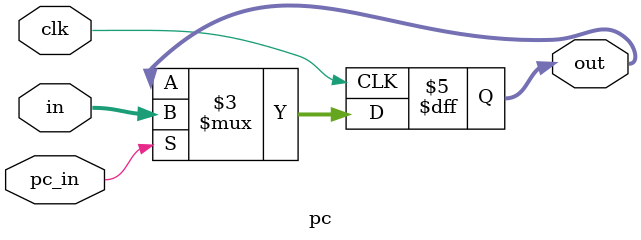
<source format=v>
module pc(output reg [31:0] out, input [31:0] in, input pc_in, input clk);
    initial out <= 0;
    always @(posedge clk) begin
        if (pc_in) out <= in;
    end
endmodule
</source>
